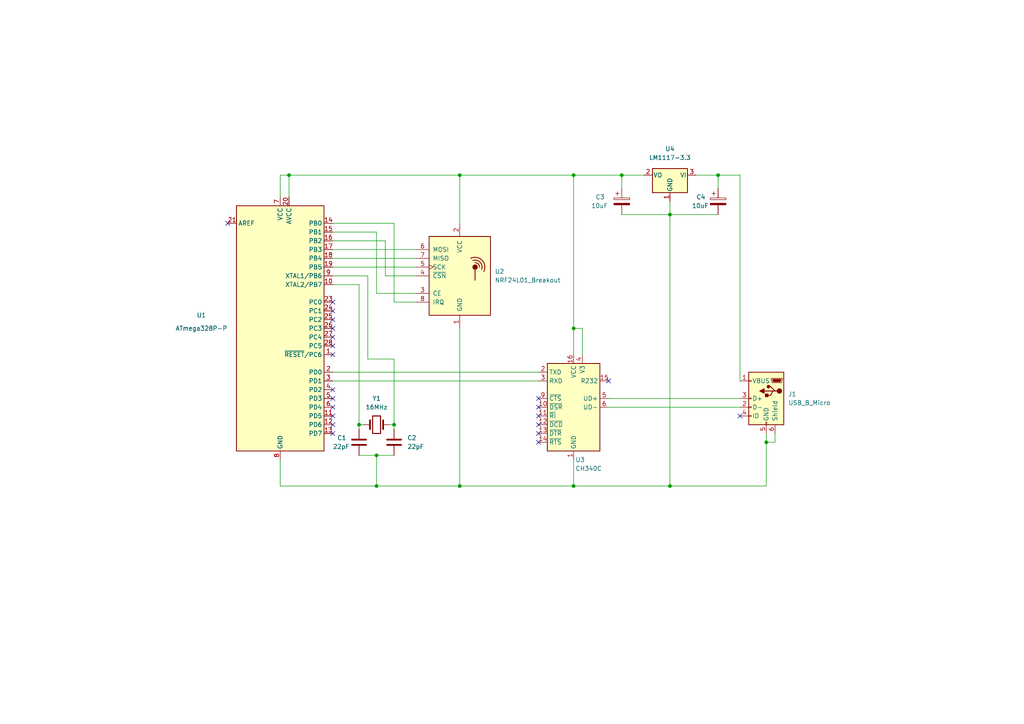
<source format=kicad_sch>
(kicad_sch (version 20211123) (generator eeschema)
  (paper "A4")
  (lib_symbols
    (symbol "Connector:USB_B_Micro" (pin_names (offset 1.016))
      (property "Reference" "J" (at -5.08 11.43 0))
      (property "Value" "USB_B_Micro" (at -5.08 8.89 0))
      (symbol "USB_B_Micro_0_1"
        (rectangle (start -5.08 -7.62) (end 5.08 7.62) (stroke (width 0.254)) (fill (type background)))
        (circle (center -3.81 2.159) (radius 0.635) (stroke (width 0.254)) (fill (type outline)))
        (circle (center -0.635 3.429) (radius 0.381) (stroke (width 0.254)) (fill (type outline)))
        (rectangle (start -0.127 -7.62) (end 0.127 -6.858))
        (polyline (pts (xy -1.905 2.159) (xy 0.635 2.159)) (stroke (width 0.254)))
        (polyline (pts (xy -3.175 2.159) (xy -2.54 2.159) (xy -1.27 3.429) (xy -0.635 3.429)) (stroke (width 0.254)))
        (polyline (pts (xy -2.54 2.159) (xy -1.905 2.159) (xy -1.27 0.889) (xy 0 0.889)) (stroke (width 0.254)))
        (polyline (pts (xy 0.635 2.794) (xy 0.635 1.524) (xy 1.905 2.159) (xy 0.635 2.794)) (stroke (width 0.254)) (fill (type outline)))
        (polyline (pts (xy -4.318 5.588) (xy -1.778 5.588) (xy -2.032 4.826) (xy -4.064 4.826) (xy -4.318 5.588)) (fill (type outline)))
        (polyline (pts (xy -4.699 5.842) (xy -4.699 5.588) (xy -4.445 4.826) (xy -4.445 4.572) (xy -1.651 4.572) (xy -1.651 4.826) (xy -1.397 5.588) (xy -1.397 5.842) (xy -4.699 5.842)))
        (rectangle (start 0.254 1.27) (end -0.508 0.508) (stroke (width 0.254)) (fill (type outline)))
        (rectangle (start 5.08 -5.207) (end 4.318 -4.953))
        (rectangle (start 5.08 -2.667) (end 4.318 -2.413))
        (rectangle (start 5.08 -0.127) (end 4.318 0.127))
        (rectangle (start 5.08 4.953) (end 4.318 5.207))
      )
      (symbol "USB_B_Micro_1_1"
        (pin power_out line (at 7.62 5.08 180) (length 2.54) (name "VBUS") (number "1"))
        (pin bidirectional line (at 7.62 -2.54 180) (length 2.54) (name "D-") (number "2"))
        (pin bidirectional line (at 7.62 0 180) (length 2.54) (name "D+") (number "3"))
        (pin passive line (at 7.62 -5.08 180) (length 2.54) (name "ID") (number "4"))
        (pin power_out line (at 0 -10.16 90) (length 2.54) (name "GND") (number "5"))
        (pin passive line (at -2.54 -10.16 90) (length 2.54) (name "Shield") (number "6"))
      )
    )
    (symbol "Device:C" (pin_numbers hide) (pin_names (offset 0.254))
      (property "Reference" "C" (at 0.635 2.54 0))
      (property "Value" "C" (at 0.635 -2.54 0))
      (symbol "C_0_1"
        (polyline (pts (xy -2.032 -0.762) (xy 2.032 -0.762)) (stroke (width 0.508)))
        (polyline (pts (xy -2.032 0.762) (xy 2.032 0.762)) (stroke (width 0.508)))
      )
      (symbol "C_1_1"
        (pin passive line (at 0 3.81 270) (length 2.794) (name "~") (number "1"))
        (pin passive line (at 0 -3.81 90) (length 2.794) (name "~") (number "2"))
      )
    )
    (symbol "Device:C_Polarized" (pin_numbers hide) (pin_names (offset 0.254))
      (property "Reference" "C" (at 0.635 2.54 0))
      (property "Value" "C_Polarized" (at 0.635 -2.54 0))
      (symbol "C_Polarized_0_1"
        (rectangle (start -2.286 0.508) (end 2.286 1.016))
        (polyline (pts (xy -1.778 2.286) (xy -0.762 2.286)))
        (polyline (pts (xy -1.27 2.794) (xy -1.27 1.778)))
        (rectangle (start 2.286 -0.508) (end -2.286 -1.016) (fill (type outline)))
      )
      (symbol "C_Polarized_1_1"
        (pin passive line (at 0 3.81 270) (length 2.794) (name "~") (number "1"))
        (pin passive line (at 0 -3.81 90) (length 2.794) (name "~") (number "2"))
      )
    )
    (symbol "Device:Crystal" (pin_numbers hide) (pin_names (offset 1.016) hide)
      (property "Reference" "Y" (at 0 3.81 0))
      (property "Value" "Crystal" (at 0 -3.81 0))
      (symbol "Crystal_0_1"
        (rectangle (start -1.143 2.54) (end 1.143 -2.54) (stroke (width 0.3048)))
        (polyline (pts (xy -2.54 0) (xy -1.905 0)))
        (polyline (pts (xy -1.905 -1.27) (xy -1.905 1.27)) (stroke (width 0.508)))
        (polyline (pts (xy 1.905 -1.27) (xy 1.905 1.27)) (stroke (width 0.508)))
        (polyline (pts (xy 2.54 0) (xy 1.905 0)))
      )
      (symbol "Crystal_1_1"
        (pin passive line (at -3.81 0 0) (length 1.27) (name "1") (number "1"))
        (pin passive line (at 3.81 0 180) (length 1.27) (name "2") (number "2"))
      )
    )
    (symbol "Interface_USB:CH340C"
      (property "Reference" "U" (at -5.08 13.97 0))
      (property "Value" "CH340C" (at 1.27 13.97 0))
      (symbol "CH340C_0_1"
        (rectangle (start -7.62 12.7) (end 7.62 -12.7) (stroke (width 0.254)) (fill (type background)))
      )
      (symbol "CH340C_1_1"
        (pin power_in line (at 0 -15.24 90) (length 2.54) (name "GND") (number "1"))
        (pin input line (at 10.16 0 180) (length 2.54) (name "~{DSR}") (number "10"))
        (pin input line (at 10.16 -2.54 180) (length 2.54) (name "~{RI}") (number "11"))
        (pin input line (at 10.16 -5.08 180) (length 2.54) (name "~{DCD}") (number "12"))
        (pin output line (at 10.16 -7.62 180) (length 2.54) (name "~{DTR}") (number "13"))
        (pin output line (at 10.16 -10.16 180) (length 2.54) (name "~{RTS}") (number "14"))
        (pin input line (at -10.16 7.62 0) (length 2.54) (name "R232") (number "15"))
        (pin power_in line (at 0 15.24 270) (length 2.54) (name "VCC") (number "16"))
        (pin output line (at 10.16 10.16 180) (length 2.54) (name "TXD") (number "2"))
        (pin input line (at 10.16 7.62 180) (length 2.54) (name "RXD") (number "3"))
        (pin passive line (at -2.54 15.24 270) (length 2.54) (name "V3") (number "4"))
        (pin bidirectional line (at -10.16 2.54 0) (length 2.54) (name "UD+") (number "5"))
        (pin bidirectional line (at -10.16 0 0) (length 2.54) (name "UD-") (number "6"))
        (pin no_connect line (at -7.62 -7.62 0) (length 2.54) hide (name "NC") (number "7"))
        (pin no_connect line (at -7.62 -10.16 0) (length 2.54) hide (name "NC") (number "8"))
        (pin input line (at 10.16 2.54 180) (length 2.54) (name "~{CTS}") (number "9"))
      )
    )
    (symbol "MCU_Microchip_ATmega:ATmega328P-P"
      (property "Reference" "U" (at -12.7 36.83 0))
      (property "Value" "ATmega328P-P" (at 2.54 -36.83 0))
      (symbol "ATmega328P-P_0_1"
        (rectangle (start -12.7 -35.56) (end 12.7 35.56) (stroke (width 0.254)) (fill (type background)))
      )
      (symbol "ATmega328P-P_1_1"
        (pin bidirectional line (at 15.24 -7.62 180) (length 2.54) (name "~{RESET}/PC6") (number "1"))
        (pin bidirectional line (at 15.24 12.7 180) (length 2.54) (name "XTAL2/PB7") (number "10"))
        (pin bidirectional line (at 15.24 -25.4 180) (length 2.54) (name "PD5") (number "11"))
        (pin bidirectional line (at 15.24 -27.94 180) (length 2.54) (name "PD6") (number "12"))
        (pin bidirectional line (at 15.24 -30.48 180) (length 2.54) (name "PD7") (number "13"))
        (pin bidirectional line (at 15.24 30.48 180) (length 2.54) (name "PB0") (number "14"))
        (pin bidirectional line (at 15.24 27.94 180) (length 2.54) (name "PB1") (number "15"))
        (pin bidirectional line (at 15.24 25.4 180) (length 2.54) (name "PB2") (number "16"))
        (pin bidirectional line (at 15.24 22.86 180) (length 2.54) (name "PB3") (number "17"))
        (pin bidirectional line (at 15.24 20.32 180) (length 2.54) (name "PB4") (number "18"))
        (pin bidirectional line (at 15.24 17.78 180) (length 2.54) (name "PB5") (number "19"))
        (pin bidirectional line (at 15.24 -12.7 180) (length 2.54) (name "PD0") (number "2"))
        (pin power_in line (at 2.54 38.1 270) (length 2.54) (name "AVCC") (number "20"))
        (pin passive line (at -15.24 30.48 0) (length 2.54) (name "AREF") (number "21"))
        (pin passive line (at 0 -38.1 90) (length 2.54) hide (name "GND") (number "22"))
        (pin bidirectional line (at 15.24 7.62 180) (length 2.54) (name "PC0") (number "23"))
        (pin bidirectional line (at 15.24 5.08 180) (length 2.54) (name "PC1") (number "24"))
        (pin bidirectional line (at 15.24 2.54 180) (length 2.54) (name "PC2") (number "25"))
        (pin bidirectional line (at 15.24 0 180) (length 2.54) (name "PC3") (number "26"))
        (pin bidirectional line (at 15.24 -2.54 180) (length 2.54) (name "PC4") (number "27"))
        (pin bidirectional line (at 15.24 -5.08 180) (length 2.54) (name "PC5") (number "28"))
        (pin bidirectional line (at 15.24 -15.24 180) (length 2.54) (name "PD1") (number "3"))
        (pin bidirectional line (at 15.24 -17.78 180) (length 2.54) (name "PD2") (number "4"))
        (pin bidirectional line (at 15.24 -20.32 180) (length 2.54) (name "PD3") (number "5"))
        (pin bidirectional line (at 15.24 -22.86 180) (length 2.54) (name "PD4") (number "6"))
        (pin power_in line (at 0 38.1 270) (length 2.54) (name "VCC") (number "7"))
        (pin power_in line (at 0 -38.1 90) (length 2.54) (name "GND") (number "8"))
        (pin bidirectional line (at 15.24 15.24 180) (length 2.54) (name "XTAL1/PB6") (number "9"))
      )
    )
    (symbol "RF:NRF24L01_Breakout" (pin_names (offset 1.016))
      (property "Reference" "U" (at -8.89 12.7 0))
      (property "Value" "NRF24L01_Breakout" (at 3.81 12.7 0))
      (symbol "NRF24L01_Breakout_0_1"
        (rectangle (start -8.89 11.43) (end 8.89 -11.43) (stroke (width 0.254)) (fill (type background)))
        (polyline (pts (xy 4.445 1.905) (xy 4.445 -1.27)) (stroke (width 0.254)))
        (circle (center 4.445 2.54) (radius 0.635) (stroke (width 0.254)) (fill (type outline)))
        (arc (start 5.715 2.54) (mid 5.3521 3.4546) (end 4.445 3.81) (stroke (width 0.254)))
        (arc (start 6.35 1.905) (mid 5.8763 3.9854) (end 3.81 4.445) (stroke (width 0.254)))
        (arc (start 6.985 1.27) (mid 6.453 4.548) (end 3.175 5.08) (stroke (width 0.254)))
      )
      (symbol "NRF24L01_Breakout_1_1"
        (pin power_in line (at 0 -15.24 90) (length 3.81) (name "GND") (number "1"))
        (pin power_in line (at 0 15.24 270) (length 3.81) (name "VCC") (number "2"))
        (pin input line (at -12.7 -5.08 0) (length 3.81) (name "CE") (number "3"))
        (pin input line (at -12.7 0 0) (length 3.81) (name "~{CSN}") (number "4"))
        (pin input clock (at -12.7 2.54 0) (length 3.81) (name "SCK") (number "5"))
        (pin input line (at -12.7 7.62 0) (length 3.81) (name "MOSI") (number "6"))
        (pin output line (at -12.7 5.08 0) (length 3.81) (name "MISO") (number "7"))
        (pin output line (at -12.7 -7.62 0) (length 3.81) (name "IRQ") (number "8"))
      )
    )
    (symbol "Regulator_Linear:LM1117-3.3" (pin_names (offset 0.254))
      (property "Reference" "U" (at -3.81 3.175 0))
      (property "Value" "LM1117-3.3" (at 0 3.175 0))
      (symbol "LM1117-3.3_0_1"
        (rectangle (start -5.08 -5.08) (end 5.08 1.905) (stroke (width 0.254)) (fill (type background)))
      )
      (symbol "LM1117-3.3_1_1"
        (pin power_in line (at 0 -7.62 90) (length 2.54) (name "GND") (number "1"))
        (pin power_out line (at 7.62 0 180) (length 2.54) (name "VO") (number "2"))
        (pin power_in line (at -7.62 0 0) (length 2.54) (name "VI") (number "3"))
      )
    )
  )
  (junction (at 104.14 123.19))
  (junction (at 133.35 50.8))
  (junction (at 208.28 50.8))
  (junction (at 180.34 50.8))
  (junction (at 109.22 132.08))
  (junction (at 166.37 95.25))
  (junction (at 109.22 140.97))
  (junction (at 133.35 140.97))
  (junction (at 222.25 128.27))
  (junction (at 194.31 140.97))
  (junction (at 83.82 50.8))
  (junction (at 166.37 140.97))
  (junction (at 114.3 123.19))
  (junction (at 194.31 62.23))
  (junction (at 166.37 50.8))
  (no_connect (at 176.53 110.49))
  (no_connect (at 156.21 120.65))
  (no_connect (at 96.52 90.17))
  (no_connect (at 96.52 100.33))
  (no_connect (at 96.52 92.71))
  (no_connect (at 96.52 95.25))
  (no_connect (at 96.52 97.79))
  (no_connect (at 96.52 87.63))
  (no_connect (at 96.52 118.11))
  (no_connect (at 96.52 115.57))
  (no_connect (at 96.52 102.87))
  (no_connect (at 96.52 113.03))
  (no_connect (at 96.52 120.65))
  (no_connect (at 96.52 123.19))
  (no_connect (at 96.52 125.73))
  (no_connect (at 156.21 128.27))
  (no_connect (at 156.21 115.57))
  (no_connect (at 214.63 120.65))
  (no_connect (at 66.04 64.77))
  (no_connect (at 156.21 118.11))
  (no_connect (at 156.21 123.19))
  (no_connect (at 156.21 125.73))
  (wire (pts (xy 120.65 85.09) (xy 109.22 85.09)))
  (wire (pts (xy 166.37 50.8) (xy 166.37 95.25)))
  (wire (pts (xy 222.25 140.97) (xy 194.31 140.97)))
  (wire (pts (xy 214.63 110.49) (xy 214.63 50.8)))
  (wire (pts (xy 104.14 82.55) (xy 96.52 82.55)))
  (wire (pts (xy 96.52 107.95) (xy 156.21 107.95)))
  (wire (pts (xy 114.3 123.19) (xy 114.3 124.46)))
  (wire (pts (xy 109.22 140.97) (xy 133.35 140.97)))
  (wire (pts (xy 166.37 95.25) (xy 166.37 102.87)))
  (wire (pts (xy 81.28 50.8) (xy 83.82 50.8)))
  (wire (pts (xy 176.53 118.11) (xy 214.63 118.11)))
  (wire (pts (xy 106.68 104.14) (xy 114.3 104.14)))
  (wire (pts (xy 109.22 132.08) (xy 109.22 140.97)))
  (wire (pts (xy 133.35 50.8) (xy 166.37 50.8)))
  (wire (pts (xy 133.35 140.97) (xy 166.37 140.97)))
  (wire (pts (xy 194.31 62.23) (xy 208.28 62.23)))
  (wire (pts (xy 180.34 50.8) (xy 180.34 54.61)))
  (wire (pts (xy 104.14 132.08) (xy 109.22 132.08)))
  (wire (pts (xy 208.28 54.61) (xy 208.28 50.8)))
  (wire (pts (xy 194.31 140.97) (xy 166.37 140.97)))
  (wire (pts (xy 224.79 128.27) (xy 222.25 128.27)))
  (wire (pts (xy 104.14 123.19) (xy 104.14 124.46)))
  (wire (pts (xy 222.25 128.27) (xy 222.25 140.97)))
  (wire (pts (xy 81.28 57.15) (xy 81.28 50.8)))
  (wire (pts (xy 114.3 87.63) (xy 120.65 87.63)))
  (wire (pts (xy 194.31 58.42) (xy 194.31 62.23)))
  (wire (pts (xy 81.28 140.97) (xy 109.22 140.97)))
  (wire (pts (xy 194.31 62.23) (xy 194.31 140.97)))
  (wire (pts (xy 214.63 50.8) (xy 208.28 50.8)))
  (wire (pts (xy 96.52 69.85) (xy 111.76 69.85)))
  (wire (pts (xy 180.34 62.23) (xy 194.31 62.23)))
  (wire (pts (xy 96.52 64.77) (xy 114.3 64.77)))
  (wire (pts (xy 83.82 50.8) (xy 133.35 50.8)))
  (wire (pts (xy 120.65 80.01) (xy 111.76 80.01)))
  (wire (pts (xy 168.91 102.87) (xy 168.91 95.25)))
  (wire (pts (xy 109.22 85.09) (xy 109.22 67.31)))
  (wire (pts (xy 96.52 72.39) (xy 120.65 72.39)))
  (wire (pts (xy 106.68 80.01) (xy 106.68 104.14)))
  (wire (pts (xy 208.28 50.8) (xy 201.93 50.8)))
  (wire (pts (xy 133.35 50.8) (xy 133.35 64.77)))
  (wire (pts (xy 109.22 132.08) (xy 114.3 132.08)))
  (wire (pts (xy 114.3 104.14) (xy 114.3 123.19)))
  (wire (pts (xy 166.37 140.97) (xy 166.37 133.35)))
  (wire (pts (xy 83.82 50.8) (xy 83.82 57.15)))
  (wire (pts (xy 168.91 95.25) (xy 166.37 95.25)))
  (wire (pts (xy 96.52 77.47) (xy 120.65 77.47)))
  (wire (pts (xy 114.3 64.77) (xy 114.3 87.63)))
  (wire (pts (xy 96.52 74.93) (xy 120.65 74.93)))
  (wire (pts (xy 81.28 133.35) (xy 81.28 140.97)))
  (wire (pts (xy 166.37 50.8) (xy 180.34 50.8)))
  (wire (pts (xy 224.79 125.73) (xy 224.79 128.27)))
  (wire (pts (xy 111.76 80.01) (xy 111.76 69.85)))
  (wire (pts (xy 96.52 80.01) (xy 106.68 80.01)))
  (wire (pts (xy 104.14 82.55) (xy 104.14 123.19)))
  (wire (pts (xy 96.52 110.49) (xy 156.21 110.49)))
  (wire (pts (xy 222.25 125.73) (xy 222.25 128.27)))
  (wire (pts (xy 176.53 115.57) (xy 214.63 115.57)))
  (wire (pts (xy 109.22 67.31) (xy 96.52 67.31)))
  (wire (pts (xy 186.69 50.8) (xy 180.34 50.8)))
  (wire (pts (xy 113.03 123.19) (xy 114.3 123.19)))
  (wire (pts (xy 133.35 95.25) (xy 133.35 140.97)))
  (wire (pts (xy 105.41 123.19) (xy 104.14 123.19)))
  (symbol (lib_id "Connector:USB_B_Micro") (at 222.25 115.57 0) (mirror y) (unit 1)
    (property "Reference" "J1" (at 228.6 114.2999 0) (effects (justify right)))
    (property "Value" "USB_B_Micro" (at 228.6 116.8399 0) (effects (justify right)))
    (property "Footprint" "Connector_USB:USB_Micro-AB_Molex_47590-0001" (effects hide))
  )
  (symbol (lib_id "Device:C_Polarized") (at 208.28 58.42 0) (unit 1)
    (property "Reference" "C4" (at 201.93 57.15 0) (effects (justify left)))
    (property "Value" "10uF" (at 200.66 59.69 0) (effects (justify left)))
    (property "Footprint" "Capacitor_THT:CP_Radial_D4.0mm_P2.00mm" (effects hide))
  )
  (symbol (lib_id "Regulator_Linear:LM1117-3.3") (at 194.31 50.8 0) (mirror y) (unit 1)
    (property "Reference" "U4" (at 194.31 43.18 0))
    (property "Value" "LM1117-3.3" (at 194.31 45.72 0))
    (property "Footprint" "Package_TO_SOT_SMD:TO-252-2" (effects hide))
    (property "Datasheet" "http://www.ti.com/lit/ds/symlink/lm1117.pdf" (effects hide))
  )
  (symbol (lib_id "Device:C") (at 114.3 128.27 0) (unit 1)
    (property "Reference" "C2" (at 118.11 126.9999 0) (effects (justify left)))
    (property "Value" "22pF" (at 118.11 129.5399 0) (effects (justify left)))
    (property "Footprint" "Capacitor_THT:C_Disc_D3.8mm_W2.6mm_P2.50mm" (effects hide))
  )
  (symbol (lib_id "Device:C") (at 104.14 128.27 0) (unit 1)
    (property "Reference" "C1" (at 97.79 127 0) (effects (justify left)))
    (property "Value" "22pF" (at 96.52 129.54 0) (effects (justify left)))
    (property "Footprint" "Capacitor_THT:C_Disc_D3.8mm_W2.6mm_P2.50mm" (effects hide))
  )
  (symbol (lib_id "Device:C_Polarized") (at 180.34 58.42 0) (unit 1)
    (property "Reference" "C3" (at 172.72 57.15 0) (effects (justify left)))
    (property "Value" "10uF" (at 171.45 59.69 0) (effects (justify left)))
    (property "Footprint" "Capacitor_THT:CP_Radial_D4.0mm_P2.00mm" (effects hide))
  )
  (symbol (lib_id "Device:Crystal") (at 109.22 123.19 180) (unit 1)
    (property "Reference" "Y1" (at 109.22 115.57 0))
    (property "Value" "16MHz" (at 109.22 118.11 0))
    (property "Footprint" "Crystal:Crystal_HC49-U_Vertical" (effects hide))
  )
  (symbol (lib_id "MCU_Microchip_ATmega:ATmega328P-P") (at 81.28 95.25 0) (unit 1)
    (property "Reference" "U1" (at 58.42 91.44 0))
    (property "Value" "ATmega328P-P" (at 58.42 95.25 0))
    (property "Footprint" "Package_DIP:DIP-28_W7.62mm" (effects hide))
    (property "Datasheet" "http://ww1.microchip.com/downloads/en/DeviceDoc/ATmega328_P%20AVR%20MCU%20with%20picoPower%20Technology%20Data%20Sheet%2040001984A.pdf" (effects hide))
  )
  (symbol (lib_id "RF:NRF24L01_Breakout") (at 133.35 80.01 0) (unit 1)
    (property "Reference" "U2" (at 143.51 78.7399 0) (effects (justify left)))
    (property "Value" "NRF24L01_Breakout" (at 143.51 81.2799 0) (effects (justify left)))
    (property "Footprint" "RF_Module:nRF24L01_Breakout" (effects hide))
    (property "Datasheet" "http://www.nordicsemi.com/eng/content/download/2730/34105/file/nRF24L01_Product_Specification_v2_0.pdf" (effects hide))
  )
  (symbol (lib_id "Interface_USB:CH340C") (at 166.37 118.11 0) (mirror y) (unit 1)
    (property "Reference" "U3" (at 166.8906 133.35 0) (effects (justify right)))
    (property "Value" "CH340C" (at 166.8906 135.89 0) (effects (justify right)))
    (property "Footprint" "Package_SO:SOIC-16_3.9x9.9mm_P1.27mm" (effects hide))
    (property "Datasheet" "https://datasheet.lcsc.com/szlcsc/Jiangsu-Qin-Heng-CH340C_C84681.pdf" (effects hide))
  )
)
</source>
